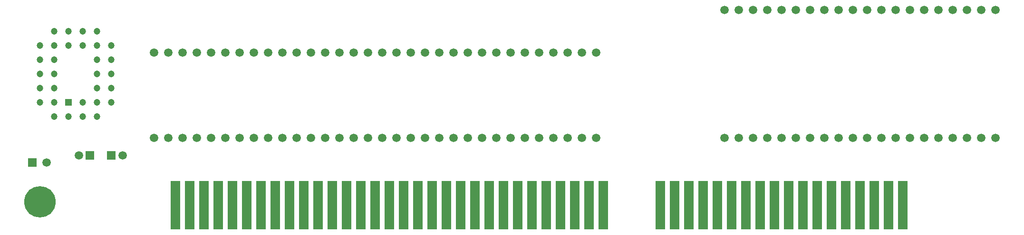
<source format=gbs>
%TF.GenerationSoftware,KiCad,Pcbnew,9.0.2*%
%TF.CreationDate,2025-08-24T11:46:43+02:00*%
%TF.ProjectId,Memory Board,4d656d6f-7279-4204-926f-6172642e6b69,V0*%
%TF.SameCoordinates,Original*%
%TF.FileFunction,Soldermask,Bot*%
%TF.FilePolarity,Negative*%
%FSLAX46Y46*%
G04 Gerber Fmt 4.6, Leading zero omitted, Abs format (unit mm)*
G04 Created by KiCad (PCBNEW 9.0.2) date 2025-08-24 11:46:43*
%MOMM*%
%LPD*%
G01*
G04 APERTURE LIST*
%ADD10R,1.200000X1.200000*%
%ADD11C,1.200000*%
%ADD12C,1.500000*%
%ADD13R,1.500000X1.500000*%
%ADD14C,5.600000*%
%ADD15R,1.780000X8.620000*%
G04 APERTURE END LIST*
D10*
%TO.C,IC5*%
X-19050000Y19050000D03*
D11*
X-16510000Y16510000D03*
X-16510000Y19050000D03*
X-13970000Y16510000D03*
X-11430000Y19050000D03*
X-13970000Y19050000D03*
X-11430000Y21590000D03*
X-13970000Y21590000D03*
X-11430000Y24130000D03*
X-13970000Y24130000D03*
X-11430000Y26670000D03*
X-13970000Y26670000D03*
X-11430000Y29210000D03*
X-13970000Y31750000D03*
X-13970000Y29210000D03*
X-16510000Y31750000D03*
X-16510000Y29210000D03*
X-19050000Y31750000D03*
X-19050000Y29210000D03*
X-21590000Y31750000D03*
X-24130000Y29210000D03*
X-21590000Y29210000D03*
X-24130000Y26670000D03*
X-21590000Y26670000D03*
X-24130000Y24130000D03*
X-21590000Y24130000D03*
X-24130000Y21590000D03*
X-21590000Y21590000D03*
X-24130000Y19050000D03*
X-21590000Y16510000D03*
X-21590000Y19050000D03*
X-19050000Y16510000D03*
%TD*%
D12*
%TO.C,B2*%
X97790000Y12700000D03*
X100330000Y12700000D03*
X102870000Y12700000D03*
X105410000Y12700000D03*
X107950000Y12700000D03*
X110490000Y12700000D03*
X113030000Y12700000D03*
X115570000Y12700000D03*
X118110000Y12700000D03*
X120650000Y12700000D03*
X123190000Y12700000D03*
X125730000Y12700000D03*
X128270000Y12700000D03*
X130810000Y12700000D03*
X133350000Y12700000D03*
X135890000Y12700000D03*
X138430000Y12700000D03*
X140970000Y12700000D03*
X143510000Y12700000D03*
X146050000Y12700000D03*
X146050000Y35560000D03*
X143510000Y35560000D03*
X140970000Y35560000D03*
X138430000Y35560000D03*
X135890000Y35560000D03*
X133350000Y35560000D03*
X130810000Y35560000D03*
X128270000Y35560000D03*
X125730000Y35560000D03*
X123190000Y35560000D03*
X120650000Y35560000D03*
X118110000Y35560000D03*
X115570000Y35560000D03*
X113030000Y35560000D03*
X110490000Y35560000D03*
X107950000Y35560000D03*
X105410000Y35560000D03*
X102870000Y35560000D03*
X100330000Y35560000D03*
X97790000Y35560000D03*
%TD*%
%TO.C,B1*%
X-3810000Y12700000D03*
X-1270000Y12700000D03*
X1270000Y12700000D03*
X3810000Y12700000D03*
X6350000Y12700000D03*
X8890000Y12700000D03*
X11430000Y12700000D03*
X13970000Y12700000D03*
X16510000Y12700000D03*
X19050000Y12700000D03*
X21590000Y12700000D03*
X24130000Y12700000D03*
X26670000Y12700000D03*
X29210000Y12700000D03*
X31750000Y12700000D03*
X34290000Y12700000D03*
X36830000Y12700000D03*
X39370000Y12700000D03*
X41910000Y12700000D03*
X44450000Y12700000D03*
X46990000Y12700000D03*
X49530000Y12700000D03*
X52070000Y12700000D03*
X54610000Y12700000D03*
X57150000Y12700000D03*
X59690000Y12700000D03*
X62230000Y12700000D03*
X64770000Y12700000D03*
X67310000Y12700000D03*
X69850000Y12700000D03*
X72390000Y12700000D03*
X74930000Y12700000D03*
X74930000Y27940000D03*
X72390000Y27940000D03*
X69850000Y27940000D03*
X67310000Y27940000D03*
X64770000Y27940000D03*
X62230000Y27940000D03*
X59690000Y27940000D03*
X57150000Y27940000D03*
X54610000Y27940000D03*
X52070000Y27940000D03*
X49530000Y27940000D03*
X46990000Y27940000D03*
X44450000Y27940000D03*
X41910000Y27940000D03*
X39370000Y27940000D03*
X36830000Y27940000D03*
X34290000Y27940000D03*
X31750000Y27940000D03*
X29210000Y27940000D03*
X26670000Y27940000D03*
X24130000Y27940000D03*
X21590000Y27940000D03*
X19050000Y27940000D03*
X16510000Y27940000D03*
X13970000Y27940000D03*
X11430000Y27940000D03*
X8890000Y27940000D03*
X6350000Y27940000D03*
X3810000Y27940000D03*
X1270000Y27940000D03*
X-1270000Y27940000D03*
X-3810000Y27940000D03*
%TD*%
D13*
%TO.C,C4*%
X-15240000Y9525000D03*
D12*
X-17240000Y9525000D03*
%TD*%
D14*
%TO.C,H10*%
X-24130000Y1270000D03*
%TD*%
D13*
%TO.C,LED1*%
X-25527000Y8255000D03*
D12*
X-22987000Y8255000D03*
%TD*%
D13*
%TO.C,C3*%
X-11430000Y9525000D03*
D12*
X-9430000Y9525000D03*
%TD*%
D15*
%TO.C,J1*%
X-50800Y635000D03*
X2489200Y635000D03*
X5029200Y635000D03*
X7569200Y635000D03*
X10109200Y635000D03*
X12649200Y635000D03*
X15189200Y635000D03*
X17729200Y635000D03*
X20269200Y635000D03*
X22809200Y635000D03*
X25349200Y635000D03*
X27889200Y635000D03*
X30429200Y635000D03*
X32969200Y635000D03*
X35509200Y635000D03*
X38049200Y635000D03*
X40589200Y635000D03*
X43129200Y635000D03*
X45669200Y635000D03*
X48209200Y635000D03*
X50749200Y635000D03*
X53289200Y635000D03*
X55829200Y635000D03*
X58369200Y635000D03*
X60909200Y635000D03*
X63449200Y635000D03*
X65989200Y635000D03*
X68529200Y635000D03*
X71069200Y635000D03*
X73609200Y635000D03*
X76149200Y635000D03*
X86309200Y635000D03*
X88849200Y635000D03*
X91389200Y635000D03*
X93929200Y635000D03*
X96469200Y635000D03*
X99009200Y635000D03*
X101549200Y635000D03*
X104089200Y635000D03*
X106629200Y635000D03*
X109169200Y635000D03*
X111709200Y635000D03*
X114249200Y635000D03*
X116789200Y635000D03*
X119329200Y635000D03*
X121869200Y635000D03*
X124409200Y635000D03*
X126949200Y635000D03*
X129489200Y635000D03*
%TD*%
M02*

</source>
